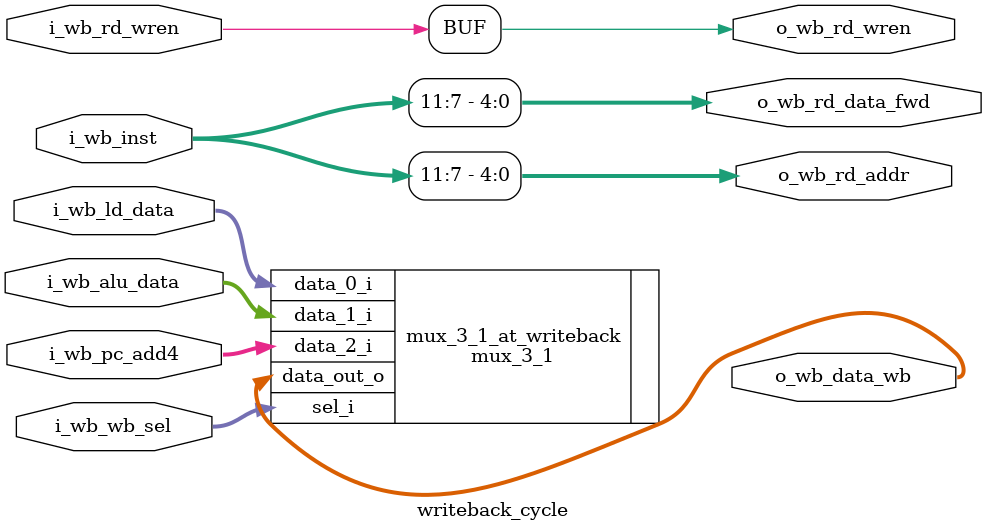
<source format=sv>
`ifndef WRITEBACK_CYCLE
`define WRITEBACK_CYCLE

`include "mux3_1.sv"

module writeback_cycle(
    //input logic         i_clk,
    //input logic         i_reset,

    //Input instruction
    input logic [31:0]  i_wb_inst,

    //Input từ Execute data writeback
    input logic [31:0]  i_wb_pc_add4,
    input logic [31:0]  i_wb_alu_data,
       
    input logic [31:0]  i_wb_ld_data,   
    /*Input from Execute LSU dataa
    input logic [31:0]  i_wb_ld_data,
    input logic [31:0]  i_wb_io_ledr, 
    input logic [31:0]  i_wb_io_ledg,
    input logic [6:0]   i_wb_io_hex0, 
    input logic [6:0]   i_wb_io_hex1, 
    input logic [6:0]   i_wb_io_hex2,   
    input logic [6:0]   i_wb_io_hex3, 
    input logic [6:0]   i_wb_io_hex4, 
    input logic [6:0]   i_wb_io_hex5, 
    input logic [6:0]   i_wb_io_hex6,   
    input logic [6:0]   i_wb_io_hex7, 
    input logic [31:0]  i_wb_io_lcd,
    */

    //Input control signals
    input logic [1:0]   i_wb_wb_sel,
    input logic         i_wb_rd_wren,

    //Output data writeback
    output logic [31:0] o_wb_data_wb,
    output logic [4:0]  o_wb_rd_addr,
    output logic        o_wb_rd_wren,
    //Output for forwarding
    output logic [4:0]  o_wb_rd_data_fwd
);
    mux_3_1 mux_3_1_at_writeback (
        .data_0_i      (i_wb_ld_data), 
        .data_1_i      (i_wb_alu_data), 
        .data_2_i      (i_wb_pc_add4), 
        .sel_i         (i_wb_wb_sel  ), 
        .data_out_o    (o_wb_data_wb )
    );
    assign o_wb_rd_addr = i_wb_inst[11:7];
    assign o_wb_rd_wren = i_wb_rd_wren;

    assign o_wb_rd_data_fwd = i_wb_inst[11:7];

endmodule
`endif
</source>
